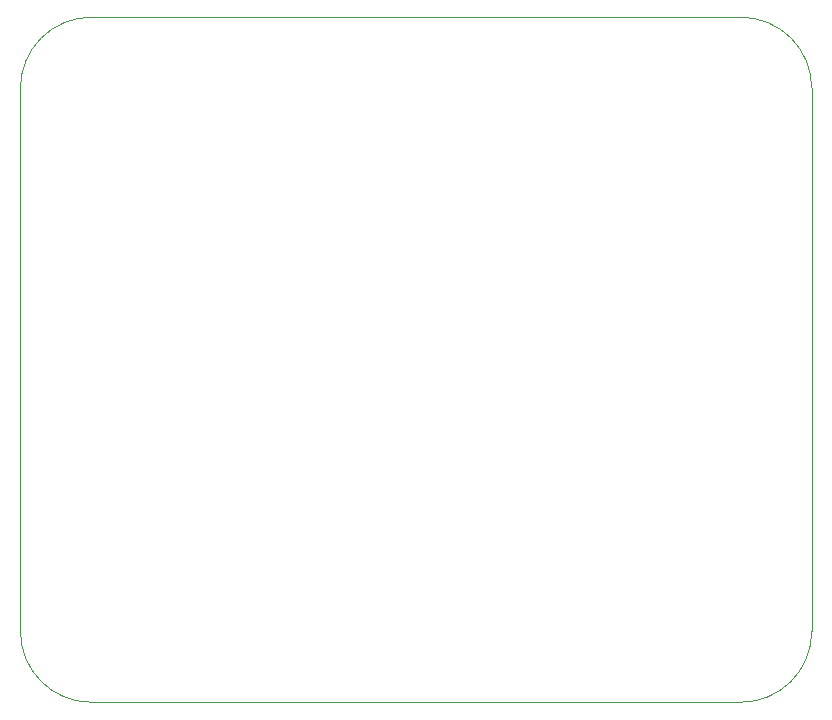
<source format=gbr>
%TF.GenerationSoftware,KiCad,Pcbnew,(6.0.9)*%
%TF.CreationDate,2023-02-07T16:56:14+01:00*%
%TF.ProjectId,driver_stepper_motor,64726976-6572-45f7-9374-65707065725f,2*%
%TF.SameCoordinates,Original*%
%TF.FileFunction,Profile,NP*%
%FSLAX46Y46*%
G04 Gerber Fmt 4.6, Leading zero omitted, Abs format (unit mm)*
G04 Created by KiCad (PCBNEW (6.0.9)) date 2023-02-07 16:56:14*
%MOMM*%
%LPD*%
G01*
G04 APERTURE LIST*
%TA.AperFunction,Profile*%
%ADD10C,0.100000*%
%TD*%
G04 APERTURE END LIST*
D10*
X56000000Y-182000000D02*
G75*
G03*
X62000000Y-188000000I6000000J0D01*
G01*
X123000000Y-136000000D02*
G75*
G03*
X117000000Y-130000000I-6000000J0D01*
G01*
X62000000Y-130000000D02*
G75*
G03*
X56000000Y-136000000I0J-6000000D01*
G01*
X117000000Y-188000000D02*
X62000000Y-188000000D01*
X56000000Y-182000000D02*
X56000000Y-136000000D01*
X62000000Y-130000000D02*
X117000000Y-130000000D01*
X123000000Y-136000000D02*
X123000000Y-182000000D01*
X117000000Y-188000000D02*
G75*
G03*
X123000000Y-182000000I0J6000000D01*
G01*
M02*

</source>
